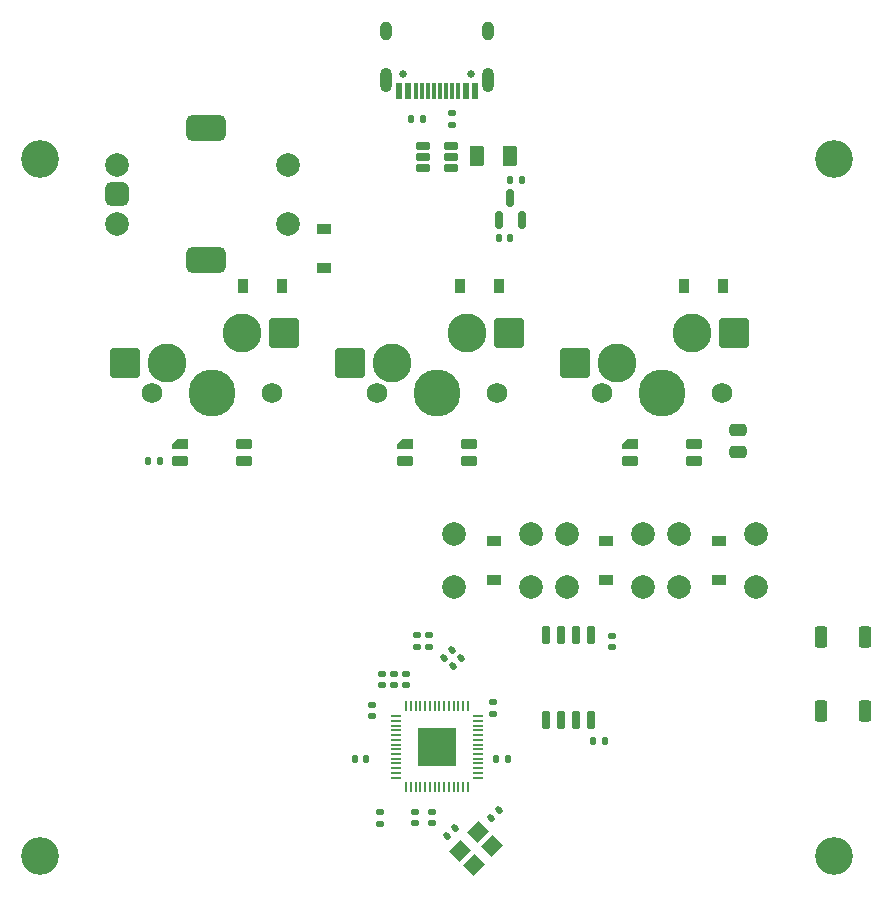
<source format=gbr>
%TF.GenerationSoftware,KiCad,Pcbnew,(6.0.9)*%
%TF.CreationDate,2022-12-06T02:01:01+08:00*%
%TF.ProjectId,sharkpad rev2,73686172-6b70-4616-9420-726576322e6b,rev?*%
%TF.SameCoordinates,Original*%
%TF.FileFunction,Soldermask,Bot*%
%TF.FilePolarity,Negative*%
%FSLAX46Y46*%
G04 Gerber Fmt 4.6, Leading zero omitted, Abs format (unit mm)*
G04 Created by KiCad (PCBNEW (6.0.9)) date 2022-12-06 02:01:01*
%MOMM*%
%LPD*%
G01*
G04 APERTURE LIST*
G04 Aperture macros list*
%AMRoundRect*
0 Rectangle with rounded corners*
0 $1 Rounding radius*
0 $2 $3 $4 $5 $6 $7 $8 $9 X,Y pos of 4 corners*
0 Add a 4 corners polygon primitive as box body*
4,1,4,$2,$3,$4,$5,$6,$7,$8,$9,$2,$3,0*
0 Add four circle primitives for the rounded corners*
1,1,$1+$1,$2,$3*
1,1,$1+$1,$4,$5*
1,1,$1+$1,$6,$7*
1,1,$1+$1,$8,$9*
0 Add four rect primitives between the rounded corners*
20,1,$1+$1,$2,$3,$4,$5,0*
20,1,$1+$1,$4,$5,$6,$7,0*
20,1,$1+$1,$6,$7,$8,$9,0*
20,1,$1+$1,$8,$9,$2,$3,0*%
%AMRotRect*
0 Rectangle, with rotation*
0 The origin of the aperture is its center*
0 $1 length*
0 $2 width*
0 $3 Rotation angle, in degrees counterclockwise*
0 Add horizontal line*
21,1,$1,$2,0,0,$3*%
%AMFreePoly0*
4,1,18,-0.410000,0.593000,-0.403758,0.624380,-0.385983,0.650983,-0.359380,0.668758,-0.328000,0.675000,0.328000,0.675000,0.359380,0.668758,0.385983,0.650983,0.403758,0.624380,0.410000,0.593000,0.410000,-0.593000,0.403758,-0.624380,0.385983,-0.650983,0.359380,-0.668758,0.328000,-0.675000,0.000000,-0.675000,-0.410000,-0.265000,-0.410000,0.593000,-0.410000,0.593000,$1*%
G04 Aperture macros list end*
%ADD10RoundRect,0.275000X0.275000X-0.625000X0.275000X0.625000X-0.275000X0.625000X-0.275000X-0.625000X0*%
%ADD11C,3.200000*%
%ADD12C,2.000000*%
%ADD13RoundRect,0.500000X-0.500000X-0.500000X0.500000X-0.500000X0.500000X0.500000X-0.500000X0.500000X0*%
%ADD14RoundRect,0.550000X-1.150000X-0.550000X1.150000X-0.550000X1.150000X0.550000X-1.150000X0.550000X0*%
%ADD15RoundRect,0.082000X-0.593000X0.328000X-0.593000X-0.328000X0.593000X-0.328000X0.593000X0.328000X0*%
%ADD16FreePoly0,270.000000*%
%ADD17RoundRect,0.150000X0.150000X-0.587500X0.150000X0.587500X-0.150000X0.587500X-0.150000X-0.587500X0*%
%ADD18R,0.900000X1.200000*%
%ADD19RoundRect,0.140000X-0.170000X0.140000X-0.170000X-0.140000X0.170000X-0.140000X0.170000X0.140000X0*%
%ADD20RoundRect,0.135000X-0.135000X-0.185000X0.135000X-0.185000X0.135000X0.185000X-0.135000X0.185000X0*%
%ADD21C,0.650000*%
%ADD22R,0.600000X1.450000*%
%ADD23R,0.300000X1.450000*%
%ADD24O,1.000000X1.600000*%
%ADD25O,1.000000X2.100000*%
%ADD26RoundRect,0.140000X-0.021213X0.219203X-0.219203X0.021213X0.021213X-0.219203X0.219203X-0.021213X0*%
%ADD27RoundRect,0.150000X-0.475000X-0.150000X0.475000X-0.150000X0.475000X0.150000X-0.475000X0.150000X0*%
%ADD28RoundRect,0.140000X0.170000X-0.140000X0.170000X0.140000X-0.170000X0.140000X-0.170000X-0.140000X0*%
%ADD29RoundRect,0.135000X0.135000X0.185000X-0.135000X0.185000X-0.135000X-0.185000X0.135000X-0.185000X0*%
%ADD30RoundRect,0.135000X0.185000X-0.135000X0.185000X0.135000X-0.185000X0.135000X-0.185000X-0.135000X0*%
%ADD31RoundRect,0.250000X-0.475000X0.250000X-0.475000X-0.250000X0.475000X-0.250000X0.475000X0.250000X0*%
%ADD32R,1.200000X0.900000*%
%ADD33RotRect,1.400000X1.200000X225.000000*%
%ADD34RoundRect,0.135000X-0.185000X0.135000X-0.185000X-0.135000X0.185000X-0.135000X0.185000X0.135000X0*%
%ADD35C,3.987800*%
%ADD36C,1.750000*%
%ADD37RoundRect,0.250000X1.025000X1.000000X-1.025000X1.000000X-1.025000X-1.000000X1.025000X-1.000000X0*%
%ADD38C,3.300000*%
%ADD39RoundRect,0.150000X0.150000X-0.650000X0.150000X0.650000X-0.150000X0.650000X-0.150000X-0.650000X0*%
%ADD40RoundRect,0.140000X0.021213X-0.219203X0.219203X-0.021213X-0.021213X0.219203X-0.219203X0.021213X0*%
%ADD41RoundRect,0.140000X-0.140000X-0.170000X0.140000X-0.170000X0.140000X0.170000X-0.140000X0.170000X0*%
%ADD42RoundRect,0.140000X0.140000X0.170000X-0.140000X0.170000X-0.140000X-0.170000X0.140000X-0.170000X0*%
%ADD43RoundRect,0.050000X0.387500X0.050000X-0.387500X0.050000X-0.387500X-0.050000X0.387500X-0.050000X0*%
%ADD44RoundRect,0.050000X0.050000X0.387500X-0.050000X0.387500X-0.050000X-0.387500X0.050000X-0.387500X0*%
%ADD45R,3.200000X3.200000*%
%ADD46RoundRect,0.250000X-0.375000X-0.625000X0.375000X-0.625000X0.375000X0.625000X-0.375000X0.625000X0*%
G04 APERTURE END LIST*
D10*
%TO.C,JP1*%
X146650000Y-108925000D03*
X146650000Y-115125000D03*
X150350000Y-108925000D03*
X150350000Y-115125000D03*
%TD*%
D11*
%TO.C,REF\u002A\u002A*%
X80500000Y-68400000D03*
%TD*%
D12*
%TO.C,SW1*%
X87000000Y-68900000D03*
X87000000Y-73900000D03*
D13*
X87000000Y-71400000D03*
D14*
X94500000Y-65800000D03*
X94500000Y-77000000D03*
D12*
X101500000Y-73900000D03*
X101500000Y-68900000D03*
%TD*%
%TO.C,SW2*%
X141100000Y-100200000D03*
X134600000Y-100200000D03*
X134600000Y-104700000D03*
X141100000Y-104700000D03*
%TD*%
D11*
%TO.C,REF\u002A\u002A*%
X147700000Y-68400000D03*
%TD*%
%TO.C,REF\u002A\u002A*%
X80500000Y-127400000D03*
%TD*%
%TO.C,REF\u002A\u002A*%
X147700000Y-127400000D03*
%TD*%
D12*
%TO.C,SW4*%
X115550000Y-100200000D03*
X122050000Y-100200000D03*
X115550000Y-104700000D03*
X122050000Y-104700000D03*
%TD*%
%TO.C,SW3*%
X125075000Y-100200000D03*
X131575000Y-100200000D03*
X131575000Y-104700000D03*
X125075000Y-104700000D03*
%TD*%
D15*
%TO.C,LED2*%
X116825000Y-94030000D03*
X116825000Y-92530000D03*
X111375000Y-94030000D03*
D16*
X111375000Y-92530000D03*
%TD*%
D17*
%TO.C,U1*%
X121262500Y-73600000D03*
X119362500Y-73600000D03*
X120312500Y-71725000D03*
%TD*%
D18*
%TO.C,D1*%
X135050000Y-79200000D03*
X138350000Y-79200000D03*
%TD*%
D19*
%TO.C,C16*%
X113706000Y-123720000D03*
X113706000Y-124680000D03*
%TD*%
D20*
%TO.C,R7*%
X89615000Y-94037500D03*
X90635000Y-94037500D03*
%TD*%
D21*
%TO.C,J1*%
X116990000Y-61200000D03*
X111210000Y-61200000D03*
D22*
X110850000Y-62645000D03*
X111650000Y-62645000D03*
D23*
X112850000Y-62645000D03*
X113850000Y-62645000D03*
X114350000Y-62645000D03*
X115350000Y-62645000D03*
D22*
X116550000Y-62645000D03*
X117350000Y-62645000D03*
X117350000Y-62645000D03*
X116550000Y-62645000D03*
D23*
X115850000Y-62645000D03*
X114850000Y-62645000D03*
X113350000Y-62645000D03*
X112350000Y-62645000D03*
D22*
X111650000Y-62645000D03*
X110850000Y-62645000D03*
D24*
X109780000Y-57550000D03*
D25*
X118420000Y-61730000D03*
X109780000Y-61730000D03*
D24*
X118420000Y-57550000D03*
%TD*%
D15*
%TO.C,LED1*%
X135875000Y-94030000D03*
X135875000Y-92530000D03*
X130425000Y-94030000D03*
D16*
X130425000Y-92530000D03*
%TD*%
D19*
%TO.C,C3*%
X128883000Y-108800000D03*
X128883000Y-109760000D03*
%TD*%
D26*
%TO.C,C7*%
X119339411Y-123560589D03*
X118660589Y-124239411D03*
%TD*%
D27*
%TO.C,U3*%
X112925000Y-69212500D03*
X112925000Y-68262500D03*
X112925000Y-67312500D03*
X115275000Y-67312500D03*
X115275000Y-68262500D03*
X115275000Y-69212500D03*
%TD*%
D28*
%TO.C,C11*%
X111500000Y-112980000D03*
X111500000Y-112020000D03*
%TD*%
D29*
%TO.C,R4*%
X112900000Y-65000000D03*
X111880000Y-65000000D03*
%TD*%
D30*
%TO.C,R8*%
X109300000Y-124710000D03*
X109300000Y-123690000D03*
%TD*%
D18*
%TO.C,D7*%
X100950000Y-79200000D03*
X97650000Y-79200000D03*
%TD*%
D31*
%TO.C,C5*%
X139600000Y-91350000D03*
X139600000Y-93250000D03*
%TD*%
D15*
%TO.C,LED3*%
X97775000Y-94030000D03*
X97775000Y-92530000D03*
X92325000Y-94030000D03*
D16*
X92325000Y-92530000D03*
%TD*%
D32*
%TO.C,D4*%
X128425000Y-100800000D03*
X128425000Y-104100000D03*
%TD*%
D28*
%TO.C,C15*%
X108600000Y-115580000D03*
X108600000Y-114620000D03*
%TD*%
D33*
%TO.C,Y1*%
X118778858Y-126623223D03*
X117223223Y-128178858D03*
X116021142Y-126976777D03*
X117576777Y-125421142D03*
%TD*%
D32*
%TO.C,D8*%
X104500000Y-77650000D03*
X104500000Y-74350000D03*
%TD*%
D34*
%TO.C,R5*%
X112400000Y-108690000D03*
X112400000Y-109710000D03*
%TD*%
D28*
%TO.C,C9*%
X118800000Y-115380000D03*
X118800000Y-114420000D03*
%TD*%
D32*
%TO.C,D5*%
X137962500Y-100800000D03*
X137962500Y-104100000D03*
%TD*%
D35*
%TO.C,SW6*%
X114100000Y-88200000D03*
D36*
X119180000Y-88200000D03*
X109020000Y-88200000D03*
D37*
X106740000Y-85660000D03*
D38*
X110290000Y-85660000D03*
D37*
X120190000Y-83120000D03*
D38*
X116640000Y-83120000D03*
%TD*%
D39*
%TO.C,U2*%
X127105000Y-115900000D03*
X125835000Y-115900000D03*
X124565000Y-115900000D03*
X123295000Y-115900000D03*
X123295000Y-108700000D03*
X124565000Y-108700000D03*
X125835000Y-108700000D03*
X127105000Y-108700000D03*
%TD*%
D35*
%TO.C,SW7*%
X95050000Y-88200000D03*
D36*
X100130000Y-88200000D03*
X89970000Y-88200000D03*
D37*
X87690000Y-85660000D03*
D38*
X91240000Y-85660000D03*
D37*
X101140000Y-83120000D03*
D38*
X97590000Y-83120000D03*
%TD*%
D40*
%TO.C,C6*%
X115460589Y-111339411D03*
X116139411Y-110660589D03*
%TD*%
D18*
%TO.C,D2*%
X116050000Y-79200000D03*
X119350000Y-79200000D03*
%TD*%
D34*
%TO.C,R2*%
X115400000Y-64490000D03*
X115400000Y-65510000D03*
%TD*%
D40*
%TO.C,C4*%
X114660589Y-110639411D03*
X115339411Y-109960589D03*
%TD*%
D26*
%TO.C,C8*%
X115639411Y-125060589D03*
X114960589Y-125739411D03*
%TD*%
D41*
%TO.C,C1*%
X119352500Y-75125000D03*
X120312500Y-75125000D03*
%TD*%
D42*
%TO.C,C17*%
X108080000Y-119200000D03*
X107120000Y-119200000D03*
%TD*%
D36*
%TO.C,SW5*%
X128070000Y-88200000D03*
D35*
X133150000Y-88200000D03*
D36*
X138230000Y-88200000D03*
D37*
X125790000Y-85660000D03*
D38*
X129340000Y-85660000D03*
X135690000Y-83120000D03*
D37*
X139240000Y-83120000D03*
%TD*%
D19*
%TO.C,C14*%
X112200000Y-123720000D03*
X112200000Y-124680000D03*
%TD*%
D32*
%TO.C,D6*%
X118900000Y-100800000D03*
X118900000Y-104100000D03*
%TD*%
D29*
%TO.C,R3*%
X128310000Y-117700000D03*
X127290000Y-117700000D03*
%TD*%
D34*
%TO.C,R6*%
X113400000Y-108690000D03*
X113400000Y-109710000D03*
%TD*%
D28*
%TO.C,C13*%
X109445000Y-112980000D03*
X109445000Y-112020000D03*
%TD*%
D41*
%TO.C,C10*%
X119120000Y-119200000D03*
X120080000Y-119200000D03*
%TD*%
D28*
%TO.C,C12*%
X110445000Y-112980000D03*
X110445000Y-112020000D03*
%TD*%
D43*
%TO.C,U4*%
X117537500Y-115600000D03*
X117537500Y-116000000D03*
X117537500Y-116400000D03*
X117537500Y-116800000D03*
X117537500Y-117200000D03*
X117537500Y-117600000D03*
X117537500Y-118000000D03*
X117537500Y-118400000D03*
X117537500Y-118800000D03*
X117537500Y-119200000D03*
X117537500Y-119600000D03*
X117537500Y-120000000D03*
X117537500Y-120400000D03*
X117537500Y-120800000D03*
D44*
X116700000Y-121637500D03*
X116300000Y-121637500D03*
X115900000Y-121637500D03*
X115500000Y-121637500D03*
X115100000Y-121637500D03*
X114700000Y-121637500D03*
X114300000Y-121637500D03*
X113900000Y-121637500D03*
X113500000Y-121637500D03*
X113100000Y-121637500D03*
X112700000Y-121637500D03*
X112300000Y-121637500D03*
X111900000Y-121637500D03*
X111500000Y-121637500D03*
D43*
X110662500Y-120800000D03*
X110662500Y-120400000D03*
X110662500Y-120000000D03*
X110662500Y-119600000D03*
X110662500Y-119200000D03*
X110662500Y-118800000D03*
X110662500Y-118400000D03*
X110662500Y-118000000D03*
X110662500Y-117600000D03*
X110662500Y-117200000D03*
X110662500Y-116800000D03*
X110662500Y-116400000D03*
X110662500Y-116000000D03*
X110662500Y-115600000D03*
D44*
X111500000Y-114762500D03*
X111900000Y-114762500D03*
X112300000Y-114762500D03*
X112700000Y-114762500D03*
X113100000Y-114762500D03*
X113500000Y-114762500D03*
X113900000Y-114762500D03*
X114300000Y-114762500D03*
X114700000Y-114762500D03*
X115100000Y-114762500D03*
X115500000Y-114762500D03*
X115900000Y-114762500D03*
X116300000Y-114762500D03*
X116700000Y-114762500D03*
D45*
X114100000Y-118200000D03*
%TD*%
D46*
%TO.C,F1*%
X117500000Y-68200000D03*
X120300000Y-68200000D03*
%TD*%
D41*
%TO.C,C2*%
X120312500Y-70162500D03*
X121272500Y-70162500D03*
%TD*%
M02*

</source>
